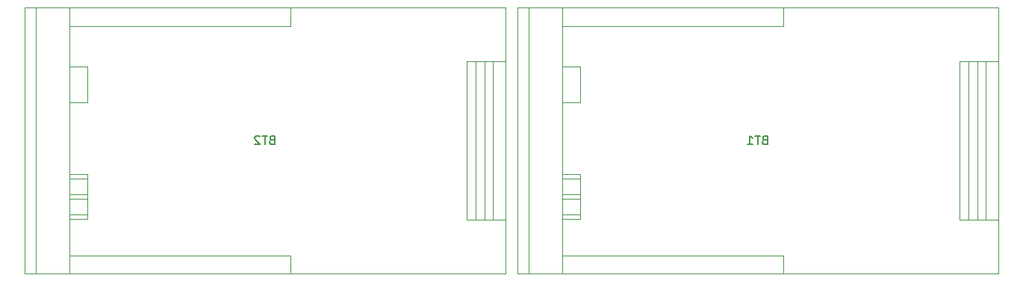
<source format=gbr>
G04 #@! TF.GenerationSoftware,KiCad,Pcbnew,5.1.4-e60b266~84~ubuntu18.04.1*
G04 #@! TF.CreationDate,2019-10-23T15:59:47+01:00*
G04 #@! TF.ProjectId,trans_switch_volt_amp,7472616e-735f-4737-9769-7463685f766f,rev?*
G04 #@! TF.SameCoordinates,Original*
G04 #@! TF.FileFunction,Other,Fab,Bot*
%FSLAX46Y46*%
G04 Gerber Fmt 4.6, Leading zero omitted, Abs format (unit mm)*
G04 Created by KiCad (PCBNEW 5.1.4-e60b266~84~ubuntu18.04.1) date 2019-10-23 15:59:47*
%MOMM*%
%LPD*%
G04 APERTURE LIST*
%ADD10C,0.100000*%
%ADD11C,0.150000*%
G04 APERTURE END LIST*
D10*
X135838000Y-119266000D02*
X135838000Y-149466000D01*
X135838000Y-149466000D02*
X190338000Y-149466000D01*
X190338000Y-119266000D02*
X135838000Y-119266000D01*
X190338000Y-149466000D02*
X190338000Y-119266000D01*
X185938000Y-143366000D02*
X185938000Y-125366000D01*
X186938000Y-143366000D02*
X186938000Y-125366000D01*
X187938000Y-143366000D02*
X187938000Y-125366000D01*
X188938000Y-143366000D02*
X188938000Y-125366000D01*
X190338000Y-143366000D02*
X185938000Y-143366000D01*
X190338000Y-125366000D02*
X185938000Y-125366000D01*
X165938000Y-147366000D02*
X165938000Y-149466000D01*
X140938000Y-147366000D02*
X165938000Y-147366000D01*
X165938000Y-121366000D02*
X165938000Y-119266000D01*
X140938000Y-121366000D02*
X165938000Y-121366000D01*
X140938000Y-142766000D02*
X142938000Y-142766000D01*
X142938000Y-143266000D02*
X140938000Y-143266000D01*
X140938000Y-138166000D02*
X142938000Y-138166000D01*
X142938000Y-138666000D02*
X140938000Y-138666000D01*
X142938000Y-140966000D02*
X140938000Y-140966000D01*
X142938000Y-138166000D02*
X142938000Y-143266000D01*
X140938000Y-140466000D02*
X142938000Y-140466000D01*
X142938000Y-130066000D02*
X140938000Y-130066000D01*
X142938000Y-125966000D02*
X142938000Y-130066000D01*
X140938000Y-125966000D02*
X142938000Y-125966000D01*
X140938000Y-119266000D02*
X140938000Y-149466000D01*
X137088000Y-149466000D02*
X137088000Y-119266000D01*
X81208000Y-149466000D02*
X81208000Y-119266000D01*
X85058000Y-119266000D02*
X85058000Y-149466000D01*
X85058000Y-125966000D02*
X87058000Y-125966000D01*
X87058000Y-125966000D02*
X87058000Y-130066000D01*
X87058000Y-130066000D02*
X85058000Y-130066000D01*
X85058000Y-140466000D02*
X87058000Y-140466000D01*
X87058000Y-138166000D02*
X87058000Y-143266000D01*
X87058000Y-140966000D02*
X85058000Y-140966000D01*
X87058000Y-138666000D02*
X85058000Y-138666000D01*
X85058000Y-138166000D02*
X87058000Y-138166000D01*
X87058000Y-143266000D02*
X85058000Y-143266000D01*
X85058000Y-142766000D02*
X87058000Y-142766000D01*
X85058000Y-121366000D02*
X110058000Y-121366000D01*
X110058000Y-121366000D02*
X110058000Y-119266000D01*
X85058000Y-147366000D02*
X110058000Y-147366000D01*
X110058000Y-147366000D02*
X110058000Y-149466000D01*
X134458000Y-125366000D02*
X130058000Y-125366000D01*
X134458000Y-143366000D02*
X130058000Y-143366000D01*
X133058000Y-143366000D02*
X133058000Y-125366000D01*
X132058000Y-143366000D02*
X132058000Y-125366000D01*
X131058000Y-143366000D02*
X131058000Y-125366000D01*
X130058000Y-143366000D02*
X130058000Y-125366000D01*
X134458000Y-149466000D02*
X134458000Y-119266000D01*
X134458000Y-119266000D02*
X79958000Y-119266000D01*
X79958000Y-149466000D02*
X134458000Y-149466000D01*
X79958000Y-119266000D02*
X79958000Y-149466000D01*
D11*
X163853714Y-134294571D02*
X163710857Y-134342190D01*
X163663238Y-134389809D01*
X163615619Y-134485047D01*
X163615619Y-134627904D01*
X163663238Y-134723142D01*
X163710857Y-134770761D01*
X163806095Y-134818380D01*
X164187047Y-134818380D01*
X164187047Y-133818380D01*
X163853714Y-133818380D01*
X163758476Y-133866000D01*
X163710857Y-133913619D01*
X163663238Y-134008857D01*
X163663238Y-134104095D01*
X163710857Y-134199333D01*
X163758476Y-134246952D01*
X163853714Y-134294571D01*
X164187047Y-134294571D01*
X163329904Y-133818380D02*
X162758476Y-133818380D01*
X163044190Y-134818380D02*
X163044190Y-133818380D01*
X161901333Y-134818380D02*
X162472761Y-134818380D01*
X162187047Y-134818380D02*
X162187047Y-133818380D01*
X162282285Y-133961238D01*
X162377523Y-134056476D01*
X162472761Y-134104095D01*
X107973714Y-134294571D02*
X107830857Y-134342190D01*
X107783238Y-134389809D01*
X107735619Y-134485047D01*
X107735619Y-134627904D01*
X107783238Y-134723142D01*
X107830857Y-134770761D01*
X107926095Y-134818380D01*
X108307047Y-134818380D01*
X108307047Y-133818380D01*
X107973714Y-133818380D01*
X107878476Y-133866000D01*
X107830857Y-133913619D01*
X107783238Y-134008857D01*
X107783238Y-134104095D01*
X107830857Y-134199333D01*
X107878476Y-134246952D01*
X107973714Y-134294571D01*
X108307047Y-134294571D01*
X107449904Y-133818380D02*
X106878476Y-133818380D01*
X107164190Y-134818380D02*
X107164190Y-133818380D01*
X106592761Y-133913619D02*
X106545142Y-133866000D01*
X106449904Y-133818380D01*
X106211809Y-133818380D01*
X106116571Y-133866000D01*
X106068952Y-133913619D01*
X106021333Y-134008857D01*
X106021333Y-134104095D01*
X106068952Y-134246952D01*
X106640380Y-134818380D01*
X106021333Y-134818380D01*
M02*

</source>
